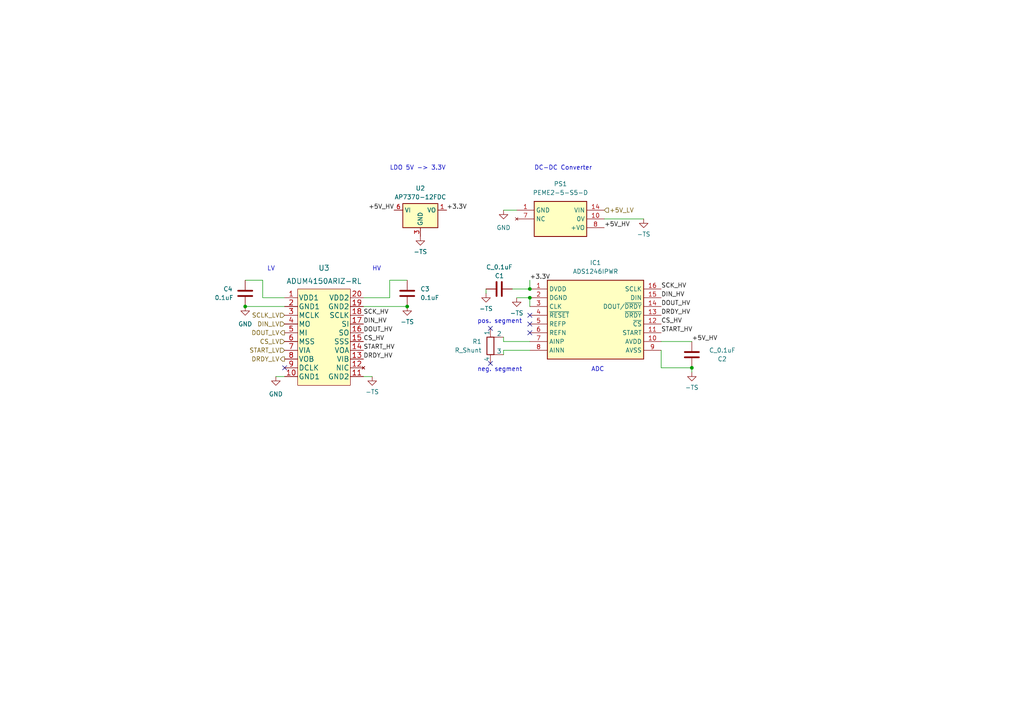
<source format=kicad_sch>
(kicad_sch (version 20230121) (generator eeschema)
  (paper "A4")
  (lib_symbols
    (symbol "-TS_5" (power) (pin_names (offset 0))
      (property "Value" "-TS_5" (at 0 -4.445 0))
      (symbol "-TS_5_0_1"
        (polyline (pts (xy 0 0) (xy 0 -1.27) (xy 1.27 -1.27) (xy 0 -2.54) (xy -1.27 -1.27) (xy 0 -1.27)))
      )
      (symbol "-TS_5_1_1"
        (pin power_in line (at 0 0 270) (length 0) hide (name "-TS") (number "1"))
      )
    )
    (symbol "ADC_ADS1246:ADS1246IPWR"
      (property "Reference" "IC" (at 34.29 7.62 0))
      (property "Value" "ADS1246IPWR" (at 34.29 5.08 0))
      (symbol "ADS1246IPWR_1_1"
        (rectangle (start 5.08 2.54) (end 33.02 -20.32) (stroke (width 0.254)) (fill (type background)))
        (pin passive line (at 0 0 0) (length 5.08) (name "DVDD") (number "1"))
        (pin passive line (at 38.1 -15.24 180) (length 5.08) (name "AVDD") (number "10"))
        (pin passive line (at 38.1 -12.7 180) (length 5.08) (name "START") (number "11"))
        (pin passive line (at 38.1 -10.16 180) (length 5.08) (name "~{CS}") (number "12"))
        (pin passive line (at 38.1 -7.62 180) (length 5.08) (name "~{DRDY}") (number "13"))
        (pin passive line (at 38.1 -5.08 180) (length 5.08) (name "DOUT/~{DRDY}") (number "14"))
        (pin passive line (at 38.1 -2.54 180) (length 5.08) (name "DIN") (number "15"))
        (pin passive line (at 38.1 0 180) (length 5.08) (name "SCLK") (number "16"))
        (pin passive line (at 0 -2.54 0) (length 5.08) (name "DGND") (number "2"))
        (pin passive line (at 0 -5.08 0) (length 5.08) (name "CLK") (number "3"))
        (pin passive line (at 0 -7.62 0) (length 5.08) (name "~{RESET}") (number "4"))
        (pin passive line (at 0 -10.16 0) (length 5.08) (name "REFP") (number "5"))
        (pin passive line (at 0 -12.7 0) (length 5.08) (name "REFN") (number "6"))
        (pin passive line (at 0 -15.24 0) (length 5.08) (name "AINP") (number "7"))
        (pin passive line (at 0 -17.78 0) (length 5.08) (name "AINN") (number "8"))
        (pin passive line (at 38.1 -17.78 180) (length 5.08) (name "AVSS") (number "9"))
      )
    )
    (symbol "DCDC_PEME2-5-D5-D3:PEME2-5-S5-D"
      (property "Reference" "PS" (at 21.59 7.62 0))
      (property "Value" "PEME2-5-S5-D" (at 21.59 5.08 0))
      (symbol "PEME2-5-S5-D_1_1"
        (rectangle (start 5.08 2.54) (end 20.32 -7.62) (stroke (width 0.254)) (fill (type background)))
        (pin passive line (at 0 0 0) (length 5.08) (name "GND") (number "1"))
        (pin passive line (at 25.4 -2.54 180) (length 5.08) (name "0V") (number "10"))
        (pin passive line (at 25.4 0 180) (length 5.08) (name "VIN") (number "14"))
        (pin no_connect line (at 0 -2.54 0) (length 5.08) (name "NC") (number "7"))
        (pin passive line (at 25.4 -5.08 180) (length 5.08) (name "+VO") (number "8"))
      )
    )
    (symbol "Device:C" (pin_numbers hide) (pin_names (offset 0.254))
      (property "Reference" "C" (at 0.635 2.54 0))
      (property "Value" "C" (at 0.635 -2.54 0))
      (symbol "C_0_1"
        (polyline (pts (xy -2.032 -0.762) (xy 2.032 -0.762)) (stroke (width 0.508)))
        (polyline (pts (xy -2.032 0.762) (xy 2.032 0.762)) (stroke (width 0.508)))
      )
      (symbol "C_1_1"
        (pin passive line (at 0 3.81 270) (length 2.794) (name "~") (number "1"))
        (pin passive line (at 0 -3.81 90) (length 2.794) (name "~") (number "2"))
      )
    )
    (symbol "Device:R_Shunt" (pin_numbers hide) (pin_names (offset 0))
      (property "Reference" "R" (at -4.445 0 90))
      (property "Value" "R_Shunt" (at -2.54 0 90))
      (symbol "R_Shunt_0_1"
        (rectangle (start -1.016 -2.54) (end 1.016 2.54) (stroke (width 0.254)))
        (polyline (pts (xy 0 -2.54) (xy 1.27 -2.54)))
        (polyline (pts (xy 1.27 2.54) (xy 0 2.54)))
      )
      (symbol "R_Shunt_1_1"
        (pin passive line (at 0 5.08 270) (length 2.54) (name "1") (number "1"))
        (pin passive line (at 3.81 2.54 180) (length 2.54) (name "2") (number "2"))
        (pin passive line (at 3.81 -2.54 180) (length 2.54) (name "3") (number "3"))
        (pin passive line (at 0 -5.08 90) (length 2.54) (name "4") (number "4"))
      )
    )
    (symbol "Regulator_Linear:AP7370-12FDC"
      (property "Reference" "U" (at -3.81 3.175 0))
      (property "Value" "AP7370-12FDC" (at 0 3.175 0))
      (symbol "AP7370-12FDC_0_1"
        (rectangle (start -5.08 -5.08) (end 5.08 1.905) (stroke (width 0.254)) (fill (type background)))
      )
      (symbol "AP7370-12FDC_1_1"
        (pin power_out line (at 7.62 0 180) (length 2.54) (name "VO") (number "1"))
        (pin no_connect line (at -5.08 -2.54 0) (length 2.54) hide (name "NC") (number "2"))
        (pin power_in line (at 0 -7.62 90) (length 2.54) (name "GND") (number "3"))
        (pin no_connect line (at 5.08 -2.54 180) (length 2.54) hide (name "NC") (number "4"))
        (pin no_connect line (at -5.08 -5.08 0) (length 2.54) hide (name "NC") (number "5"))
        (pin power_in line (at -7.62 0 0) (length 2.54) (name "VI") (number "6"))
        (pin passive line (at 0 -7.62 90) (length 2.54) hide (name "GND") (number "7"))
      )
    )
    (symbol "formula:ADUM4150ARIZ-RL" (pin_names (offset 0.254))
      (property "Reference" "U5" (at 32.385 8.636 0))
      (property "Value" "ADUM4150ARIZ-RL" (at 32.385 4.826 0))
      (symbol "ADUM4150ARIZ-RL_1_1"
        (rectangle (start 24.765 2.54) (end 40.005 -25.4) (fill (type background)))
        (pin power_in line (at 20.955 0 0) (length 3.81) (name "VDD1") (number "1"))
        (pin power_in line (at 20.955 -22.86 0) (length 3.81) (name "GND1") (number "10"))
        (pin power_in line (at 43.815 -22.86 180) (length 3.81) (name "GND2") (number "11"))
        (pin no_connect line (at 43.815 -20.32 180) (length 3.81) (name "NIC") (number "12"))
        (pin input line (at 43.815 -17.78 180) (length 3.81) (name "VIB") (number "13"))
        (pin output line (at 43.815 -15.24 180) (length 3.81) (name "VOA") (number "14"))
        (pin output line (at 43.815 -12.7 180) (length 3.81) (name "SSS") (number "15"))
        (pin input line (at 43.815 -10.16 180) (length 3.81) (name "SO") (number "16"))
        (pin output line (at 43.815 -7.62 180) (length 3.81) (name "SI") (number "17"))
        (pin output line (at 43.815 -5.08 180) (length 3.81) (name "SCLK") (number "18"))
        (pin power_in line (at 43.815 -2.54 180) (length 3.81) (name "GND2") (number "19"))
        (pin power_in line (at 20.955 -2.54 0) (length 3.81) (name "GND1") (number "2"))
        (pin power_in line (at 43.815 0 180) (length 3.81) (name "VDD2") (number "20"))
        (pin input line (at 20.955 -5.08 0) (length 3.81) (name "MCLK") (number "3"))
        (pin input line (at 20.955 -7.62 0) (length 3.81) (name "MO") (number "4"))
        (pin output line (at 20.955 -10.16 0) (length 3.81) (name "MI") (number "5"))
        (pin input line (at 20.955 -12.7 0) (length 3.81) (name "MSS") (number "6"))
        (pin input line (at 20.955 -15.24 0) (length 3.81) (name "VIA") (number "7"))
        (pin output line (at 20.955 -17.78 0) (length 3.81) (name "VOB") (number "8"))
        (pin output line (at 20.955 -20.32 0) (length 3.81) (name "DCLK") (number "9"))
      )
    )
    (symbol "formula:C_0.1uF" (pin_numbers hide) (pin_names (offset 0.254))
      (property "Reference" "C" (at 0.635 2.54 0))
      (property "Value" "C_0.1uF" (at 0.635 -2.54 0))
      (symbol "C_0.1uF_0_1"
        (polyline (pts (xy -2.032 -0.762) (xy 2.032 -0.762)) (stroke (width 0.508)))
        (polyline (pts (xy -2.032 0.762) (xy 2.032 0.762)) (stroke (width 0.508)))
      )
      (symbol "C_0.1uF_1_1"
        (pin passive line (at 0 3.81 270) (length 2.794) (name "~") (number "1"))
        (pin passive line (at 0 -3.81 90) (length 2.794) (name "~") (number "2"))
      )
    )
    (symbol "power:GND" (power) (pin_names (offset 0))
      (property "Value" "GND" (at 0 -3.81 0))
      (symbol "GND_0_1"
        (polyline (pts (xy 0 0) (xy 0 -1.27) (xy 1.27 -1.27) (xy 0 -2.54) (xy -1.27 -1.27) (xy 0 -1.27)))
      )
      (symbol "GND_1_1"
        (pin power_in line (at 0 0 270) (length 0) hide (name "GND") (number "1"))
      )
    )
  )
  (junction (at 118.11 88.9))
  (junction (at 200.66 106.68))
  (junction (at 153.67 86.36))
  (junction (at 153.67 83.82))
  (junction (at 71.12 88.9))
  (no_connect (at 142.24 95.25))
  (no_connect (at 142.24 105.41))
  (no_connect (at 82.55 106.68))
  (no_connect (at 153.67 91.44))
  (no_connect (at 153.67 93.98))
  (no_connect (at 153.67 96.52))
  (wire (pts (xy 71.12 81.28) (xy 76.2 81.28)))
  (wire (pts (xy 153.67 81.28) (xy 153.67 83.82)))
  (wire (pts (xy 200.66 99.06) (xy 191.77 99.06)))
  (wire (pts (xy 82.55 86.36) (xy 76.2 86.36)))
  (wire (pts (xy 105.41 109.22) (xy 107.95 109.22)))
  (wire (pts (xy 105.41 88.9) (xy 118.11 88.9)))
  (wire (pts (xy 80.01 109.22) (xy 82.55 109.22)))
  (wire (pts (xy 71.12 88.9) (xy 82.55 88.9)))
  (wire (pts (xy 113.03 86.36) (xy 113.03 81.28)))
  (wire (pts (xy 76.2 86.36) (xy 76.2 81.28)))
  (wire (pts (xy 149.86 86.36) (xy 153.67 86.36)))
  (wire (pts (xy 146.05 99.06) (xy 153.67 99.06)))
  (wire (pts (xy 113.03 81.28) (xy 118.11 81.28)))
  (wire (pts (xy 146.05 60.96) (xy 149.86 60.96)))
  (wire (pts (xy 153.67 101.6) (xy 146.05 101.6)))
  (wire (pts (xy 105.41 86.36) (xy 113.03 86.36)))
  (wire (pts (xy 140.97 83.82) (xy 140.97 85.09)))
  (wire (pts (xy 191.77 101.6) (xy 191.77 106.68)))
  (wire (pts (xy 146.05 101.6) (xy 146.05 102.87)))
  (wire (pts (xy 175.26 63.5) (xy 186.69 63.5)))
  (wire (pts (xy 200.66 106.68) (xy 200.66 107.95)))
  (wire (pts (xy 153.67 86.36) (xy 153.67 88.9)))
  (wire (pts (xy 146.05 97.79) (xy 146.05 99.06)))
  (wire (pts (xy 148.59 83.82) (xy 153.67 83.82)))
  (wire (pts (xy 191.77 106.68) (xy 200.66 106.68)))
  (text "DC-DC Converter" (at 154.94 49.53 0) (effects (font (size 1.27 1.27)) (justify left bottom)))
  (text "neg. segment" (at 138.43 107.95 0) (effects (font (size 1.27 1.27)) (justify left bottom)))
  (text "LDO 5V -> 3.3V" (at 113.03 49.53 0) (effects (font (size 1.27 1.27)) (justify left bottom)))
  (text "HV" (at 107.95 78.74 0) (effects (font (size 1.27 1.27)) (justify left bottom)))
  (text "LV" (at 77.47 78.74 0) (effects (font (size 1.27 1.27)) (justify left bottom)))
  (text "pos. segment" (at 138.43 93.98 0) (effects (font (size 1.27 1.27)) (justify left bottom)))
  (text "ADC" (at 171.45 107.95 0) (effects (font (size 1.27 1.27)) (justify left bottom)))
  (label "DRDY_HV" (at 105.41 104.14 0))
  (label "CS_HV" (at 105.41 99.06 0))
  (label "SCK_HV" (at 105.41 91.44 0))
  (label "+5V_HV" (at 175.26 66.04 0))
  (label "+3.3V" (at 129.54 60.96 0))
  (label "DIN_HV" (at 105.41 93.98 0))
  (label "+3.3V" (at 153.67 81.28 0))
  (label "DOUT_HV" (at 105.41 96.52 0))
  (label "DRDY_HV" (at 191.77 91.44 0))
  (label "DOUT_HV" (at 191.77 88.9 0))
  (label "DIN_HV" (at 191.77 86.36 0))
  (label "SCK_HV" (at 191.77 83.82 0))
  (label "+5V_HV" (at 114.3 60.96 180))
  (label "START_HV" (at 105.41 101.6 0))
  (label "START_HV" (at 191.77 96.52 0))
  (label "+5V_HV" (at 200.66 99.06 0))
  (label "CS_HV" (at 191.77 93.98 0))
  (hierarchical_label "DIN_LV" (shape input) (at 82.55 93.98 180))
  (hierarchical_label "START_LV" (shape input) (at 82.55 101.6 180))
  (hierarchical_label "CS_LV" (shape input) (at 82.55 99.06 180))
  (hierarchical_label "+5V_LV" (shape input) (at 175.26 60.96 0))
  (hierarchical_label "DRDY_LV" (shape output) (at 82.55 104.14 180))
  (hierarchical_label "DOUT_LV" (shape output) (at 82.55 96.52 180))
  (hierarchical_label "SCLK_LV" (shape input) (at 82.55 91.44 180))
  (symbol (lib_id "power:GND") (at 71.12 88.9 0) (unit 1)
    (property "Reference" "#PWR08" (effects hide))
    (property "Value" "GND" (at 71.12 93.98 0))
  )
  (symbol (lib_name "-TS_5") (lib_id "formula:-TS") (at 200.66 107.95 0) (unit 1)
    (property "Reference" "#PWR02" (effects hide))
    (property "Value" "-TS" (at 200.66 112.395 0))
  )
  (symbol (lib_id "ADC_ADS1246:ADS1246IPWR") (at 153.67 83.82 0) (unit 1)
    (property "Reference" "IC1" (at 172.72 76.2 0))
    (property "Value" "ADS1246IPWR" (at 172.72 78.74 0))
    (property "Footprint" "SOP65P640X120-16N" (effects hide))
    (property "Datasheet" "http://www.ti.com/lit/gpn/ADS1246" (effects hide))
    (property "Height" "1.2" (effects hide))
    (property "Manufacturer_Name" "Texas Instruments" (effects hide))
    (property "Manufacturer_Part_Number" "ADS1246IPWR" (effects hide))
    (property "Mouser Part Number" "595-ADS1246IPWR" (effects hide))
    (property "Mouser Price/Stock" "https://www.mouser.co.uk/ProductDetail/Texas-Instruments/ADS1246IPWR?qs=XGzIaZb%2FFYJewvAb0%2FxFDA%3D%3D" (effects hide))
    (property "Arrow Part Number" "ADS1246IPWR" (effects hide))
    (property "Arrow Price/Stock" "https://www.arrow.com/en/products/ads1246ipwr/texas-instruments?region=nac" (effects hide))
  )
  (symbol (lib_name "-TS_5") (lib_id "formula:-TS") (at 140.97 85.09 0) (unit 1)
    (property "Reference" "#PWR01" (effects hide))
    (property "Value" "-TS" (at 140.97 89.535 0))
  )
  (symbol (lib_name "-TS_5") (lib_id "formula:-TS") (at 121.92 68.58 0) (unit 1)
    (property "Reference" "#PWR010" (effects hide))
    (property "Value" "-TS" (at 121.92 73.025 0))
  )
  (symbol (lib_id "formula:ADUM4150ARIZ-RL") (at 61.595 86.36 0) (unit 1)
    (property "Reference" "U3" (at 93.98 77.724 0) (effects (font (size 1.524 1.524))))
    (property "Value" "ADUM4150ARIZ-RL" (at 93.98 81.534 0) (effects (font (size 1.524 1.524))))
    (property "Footprint" "footprints:20-SOIC" (effects hide))
    (property "Datasheet" "www.analog.com/media/en/technical-documentation/data-sheets/ADuM4150.pdf" (effects hide))
    (property "Purchasin Link" "www.digikey.com/en/products/detail/analog-devices-inc/ADUM4150ARIZ-RL/5056899" (effects hide))
  )
  (symbol (lib_id "Device:R_Shunt") (at 142.24 100.33 0) (unit 1)
    (property "Reference" "R1" (at 139.7 99.06 0) (effects (justify right)))
    (property "Value" "R_Shunt" (at 139.7 101.6 0) (effects (justify right)))
  )
  (symbol (lib_id "formula:C_0.1uF") (at 144.78 83.82 90) (unit 1)
    (property "Reference" "C1" (at 143.51 80.01 90) (effects (justify right)))
    (property "Value" "C_0.1uF" (at 140.97 77.47 90) (effects (justify right)))
    (property "Footprint" "footprints:C_0805_OEM" (effects hide))
    (property "Datasheet" "http://datasheets.avx.com/X7RDielectric.pdf" (effects hide))
    (property "MFN" "DK" (effects hide))
    (property "MPN" "478-3352-1-ND" (effects hide))
    (property "PurchasingLink" "https://www.digikey.com/products/en?keywords=478-3352-1-ND" (effects hide))
  )
  (symbol (lib_id "DCDC_PEME2-5-D5-D3:PEME2-5-S5-D") (at 149.86 60.96 0) (unit 1)
    (property "Reference" "PS1" (at 162.56 53.34 0))
    (property "Value" "PEME2-5-S5-D" (at 162.56 55.88 0))
    (property "Footprint" "PEME25S5D" (effects hide))
    (property "Datasheet" "https://www.cui.com/product/resource/supplyframepdf/peme2-d.pdf" (effects hide))
    (property "Height" "8.45" (effects hide))
    (property "Manufacturer_Name" "CUI Inc." (effects hide))
    (property "Manufacturer_Part_Number" "PEME2-5-S5-D" (effects hide))
  )
  (symbol (lib_name "-TS_5") (lib_id "formula:-TS") (at 186.69 63.5 0) (unit 1)
    (property "Reference" "#PWR07" (effects hide))
    (property "Value" "-TS" (at 186.69 67.945 0))
  )
  (symbol (lib_name "-TS_5") (lib_id "formula:-TS") (at 107.95 109.22 0) (unit 1)
    (property "Reference" "#PWR03" (effects hide))
    (property "Value" "-TS" (at 107.95 113.665 0))
  )
  (symbol (lib_id "Device:C") (at 71.12 85.09 0) (unit 1)
    (property "Reference" "C4" (at 64.77 83.82 0) (effects (justify left)))
    (property "Value" "0.1uF" (at 62.23 86.36 0) (effects (justify left)))
    (property "Footprint" "Capacitor_SMD:C_0201_0603Metric" (effects hide))
  )
  (symbol (lib_id "Device:C") (at 118.11 85.09 0) (unit 1)
    (property "Reference" "C3" (at 121.92 83.82 0) (effects (justify left)))
    (property "Value" "0.1uF" (at 121.92 86.36 0) (effects (justify left)))
    (property "Footprint" "Capacitor_SMD:C_0201_0603Metric" (effects hide))
  )
  (symbol (lib_id "power:GND") (at 80.01 109.22 0) (unit 1)
    (property "Reference" "#PWR09" (effects hide))
    (property "Value" "GND" (at 80.01 114.3 0))
  )
  (symbol (lib_name "-TS_5") (lib_id "formula:-TS") (at 118.11 88.9 0) (unit 1)
    (property "Reference" "#PWR05" (effects hide))
    (property "Value" "-TS" (at 118.11 93.345 0))
  )
  (symbol (lib_name "-TS_5") (lib_id "formula:-TS") (at 149.86 86.36 0) (unit 1)
    (property "Reference" "#PWR06" (effects hide))
    (property "Value" "-TS" (at 149.86 90.805 0))
  )
  (symbol (lib_id "formula:C_0.1uF") (at 200.66 102.87 0) (unit 1)
    (property "Reference" "C2" (at 210.82 104.14 0) (effects (justify right)))
    (property "Value" "C_0.1uF" (at 213.36 101.6 0) (effects (justify right)))
    (property "Footprint" "footprints:C_0805_OEM" (effects hide))
    (property "Datasheet" "http://datasheets.avx.com/X7RDielectric.pdf" (effects hide))
    (property "MFN" "DK" (effects hide))
    (property "MPN" "478-3352-1-ND" (effects hide))
    (property "PurchasingLink" "https://www.digikey.com/products/en?keywords=478-3352-1-ND" (effects hide))
  )
  (symbol (lib_id "power:GND") (at 146.05 60.96 0) (mirror y) (unit 1)
    (property "Reference" "#PWR04" (effects hide))
    (property "Value" "GND" (at 146.05 66.04 0))
  )
  (symbol (lib_id "Regulator_Linear:AP7370-12FDC") (at 121.92 60.96 0) (unit 1)
    (property "Reference" "U2" (at 121.92 54.61 0))
    (property "Value" "AP7370-12FDC" (at 121.92 57.15 0))
    (property "Footprint" "Package_DFN_QFN:DFN-6-1EP_2x2mm_P0.65mm_EP1.01x1.7mm" (effects hide))
    (property "Datasheet" "https://www.diodes.com/assets/Datasheets/AP7370.pdf" (effects hide))
  )
)
</source>
